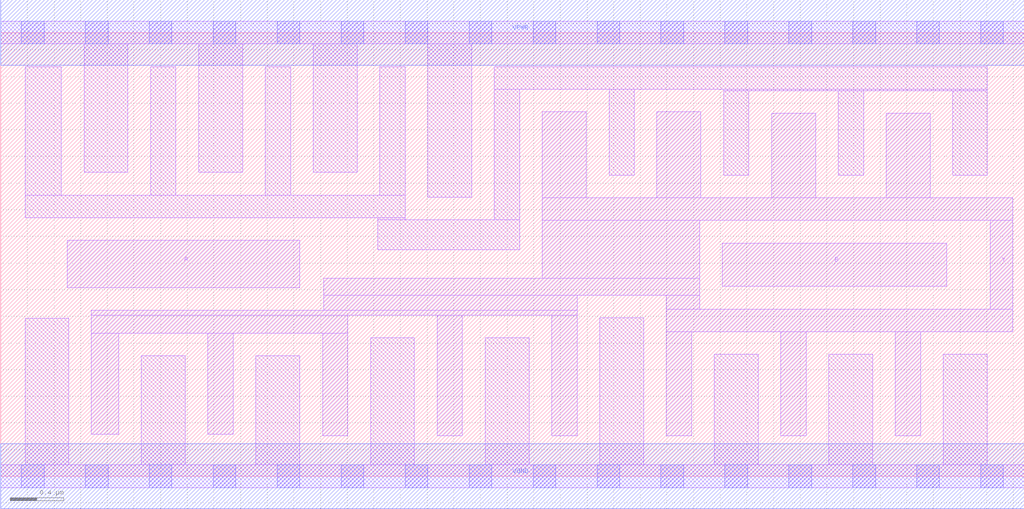
<source format=lef>
# Copyright 2020 The SkyWater PDK Authors
#
# Licensed under the Apache License, Version 2.0 (the "License");
# you may not use this file except in compliance with the License.
# You may obtain a copy of the License at
#
#     https://www.apache.org/licenses/LICENSE-2.0
#
# Unless required by applicable law or agreed to in writing, software
# distributed under the License is distributed on an "AS IS" BASIS,
# WITHOUT WARRANTIES OR CONDITIONS OF ANY KIND, either express or implied.
# See the License for the specific language governing permissions and
# limitations under the License.
#
# SPDX-License-Identifier: Apache-2.0

VERSION 5.7 ;
  NAMESCASESENSITIVE ON ;
  NOWIREEXTENSIONATPIN ON ;
  DIVIDERCHAR "/" ;
  BUSBITCHARS "[]" ;
UNITS
  DATABASE MICRONS 200 ;
END UNITS
MACRO sky130_fd_sc_lp__nor2_8
  CLASS CORE ;
  SOURCE USER ;
  FOREIGN sky130_fd_sc_lp__nor2_8 ;
  ORIGIN  0.000000  0.000000 ;
  SIZE  7.680000 BY  3.330000 ;
  SYMMETRY X Y R90 ;
  SITE unit ;
  PIN A
    ANTENNAGATEAREA  2.520000 ;
    DIRECTION INPUT ;
    USE SIGNAL ;
    PORT
      LAYER li1 ;
        RECT 0.500000 1.415000 2.245000 1.770000 ;
    END
  END A
  PIN B
    ANTENNAGATEAREA  2.520000 ;
    DIRECTION INPUT ;
    USE SIGNAL ;
    PORT
      LAYER li1 ;
        RECT 5.415000 1.425000 7.100000 1.750000 ;
    END
  END B
  PIN Y
    ANTENNADIFFAREA  3.292800 ;
    DIRECTION OUTPUT ;
    USE SIGNAL ;
    PORT
      LAYER li1 ;
        RECT 0.680000 0.315000 0.885000 1.075000 ;
        RECT 0.680000 1.075000 2.605000 1.210000 ;
        RECT 0.680000 1.210000 4.325000 1.245000 ;
        RECT 1.555000 0.315000 1.745000 1.075000 ;
        RECT 2.415000 0.305000 2.605000 1.075000 ;
        RECT 2.425000 1.245000 4.325000 1.360000 ;
        RECT 2.425000 1.360000 5.245000 1.485000 ;
        RECT 3.275000 0.305000 3.465000 1.210000 ;
        RECT 4.065000 1.485000 5.245000 1.920000 ;
        RECT 4.065000 1.920000 7.595000 2.090000 ;
        RECT 4.065000 2.090000 4.395000 2.735000 ;
        RECT 4.135000 0.305000 4.325000 1.210000 ;
        RECT 4.925000 2.090000 5.255000 2.735000 ;
        RECT 4.995000 0.305000 5.185000 1.085000 ;
        RECT 4.995000 1.085000 7.595000 1.255000 ;
        RECT 4.995000 1.255000 5.245000 1.360000 ;
        RECT 5.785000 2.090000 6.115000 2.725000 ;
        RECT 5.855000 0.305000 6.045000 1.085000 ;
        RECT 6.645000 2.090000 6.975000 2.725000 ;
        RECT 6.715000 0.305000 6.905000 1.085000 ;
        RECT 7.425000 1.255000 7.595000 1.920000 ;
    END
  END Y
  PIN VGND
    DIRECTION INOUT ;
    USE GROUND ;
    PORT
      LAYER met1 ;
        RECT 0.000000 -0.245000 7.680000 0.245000 ;
    END
  END VGND
  PIN VPWR
    DIRECTION INOUT ;
    USE POWER ;
    PORT
      LAYER met1 ;
        RECT 0.000000 3.085000 7.680000 3.575000 ;
    END
  END VPWR
  OBS
    LAYER li1 ;
      RECT 0.000000 -0.085000 7.680000 0.085000 ;
      RECT 0.000000  3.245000 7.680000 3.415000 ;
      RECT 0.185000  0.085000 0.510000 1.185000 ;
      RECT 0.185000  1.940000 3.035000 2.110000 ;
      RECT 0.185000  2.110000 0.455000 3.075000 ;
      RECT 0.625000  2.280000 0.955000 3.245000 ;
      RECT 1.055000  0.085000 1.385000 0.905000 ;
      RECT 1.125000  2.110000 1.315000 3.075000 ;
      RECT 1.485000  2.280000 1.815000 3.245000 ;
      RECT 1.915000  0.085000 2.245000 0.905000 ;
      RECT 1.985000  2.110000 2.175000 3.075000 ;
      RECT 2.345000  2.280000 2.675000 3.245000 ;
      RECT 2.775000  0.085000 3.105000 1.040000 ;
      RECT 2.830000  1.700000 3.895000 1.925000 ;
      RECT 2.830000  1.925000 3.035000 1.940000 ;
      RECT 2.845000  2.110000 3.035000 3.075000 ;
      RECT 3.205000  2.095000 3.535000 3.245000 ;
      RECT 3.635000  0.085000 3.965000 1.040000 ;
      RECT 3.705000  1.925000 3.895000 2.905000 ;
      RECT 3.705000  2.905000 7.405000 3.075000 ;
      RECT 4.495000  0.085000 4.825000 1.190000 ;
      RECT 4.565000  2.260000 4.755000 2.905000 ;
      RECT 5.355000  0.085000 5.685000 0.915000 ;
      RECT 5.425000  2.260000 5.615000 2.895000 ;
      RECT 5.425000  2.895000 7.405000 2.905000 ;
      RECT 6.215000  0.085000 6.545000 0.915000 ;
      RECT 6.285000  2.260000 6.475000 2.895000 ;
      RECT 7.075000  0.085000 7.405000 0.915000 ;
      RECT 7.145000  2.260000 7.405000 2.895000 ;
    LAYER mcon ;
      RECT 0.155000 -0.085000 0.325000 0.085000 ;
      RECT 0.155000  3.245000 0.325000 3.415000 ;
      RECT 0.635000 -0.085000 0.805000 0.085000 ;
      RECT 0.635000  3.245000 0.805000 3.415000 ;
      RECT 1.115000 -0.085000 1.285000 0.085000 ;
      RECT 1.115000  3.245000 1.285000 3.415000 ;
      RECT 1.595000 -0.085000 1.765000 0.085000 ;
      RECT 1.595000  3.245000 1.765000 3.415000 ;
      RECT 2.075000 -0.085000 2.245000 0.085000 ;
      RECT 2.075000  3.245000 2.245000 3.415000 ;
      RECT 2.555000 -0.085000 2.725000 0.085000 ;
      RECT 2.555000  3.245000 2.725000 3.415000 ;
      RECT 3.035000 -0.085000 3.205000 0.085000 ;
      RECT 3.035000  3.245000 3.205000 3.415000 ;
      RECT 3.515000 -0.085000 3.685000 0.085000 ;
      RECT 3.515000  3.245000 3.685000 3.415000 ;
      RECT 3.995000 -0.085000 4.165000 0.085000 ;
      RECT 3.995000  3.245000 4.165000 3.415000 ;
      RECT 4.475000 -0.085000 4.645000 0.085000 ;
      RECT 4.475000  3.245000 4.645000 3.415000 ;
      RECT 4.955000 -0.085000 5.125000 0.085000 ;
      RECT 4.955000  3.245000 5.125000 3.415000 ;
      RECT 5.435000 -0.085000 5.605000 0.085000 ;
      RECT 5.435000  3.245000 5.605000 3.415000 ;
      RECT 5.915000 -0.085000 6.085000 0.085000 ;
      RECT 5.915000  3.245000 6.085000 3.415000 ;
      RECT 6.395000 -0.085000 6.565000 0.085000 ;
      RECT 6.395000  3.245000 6.565000 3.415000 ;
      RECT 6.875000 -0.085000 7.045000 0.085000 ;
      RECT 6.875000  3.245000 7.045000 3.415000 ;
      RECT 7.355000 -0.085000 7.525000 0.085000 ;
      RECT 7.355000  3.245000 7.525000 3.415000 ;
  END
END sky130_fd_sc_lp__nor2_8
END LIBRARY

</source>
